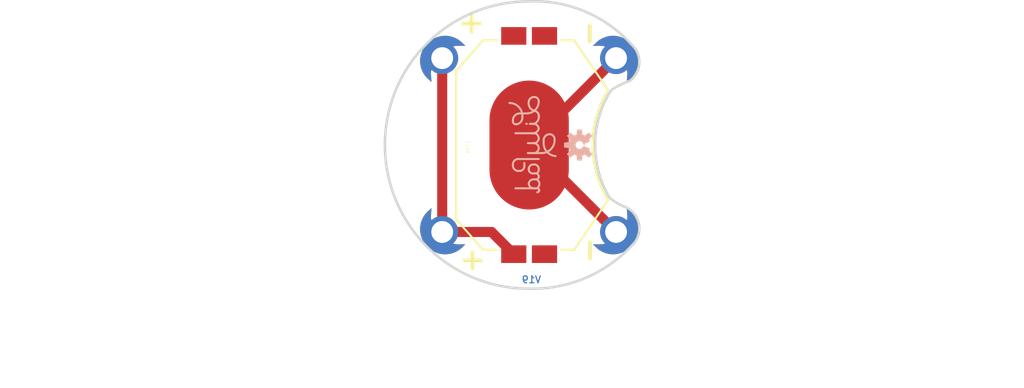
<source format=kicad_pcb>
(kicad_pcb (version 20211014) (generator pcbnew)
  (layers (0 "F.Cu" signal) (31 "B.Cu" signal) (34 "B.Paste" user) (35 "F.Paste" user) (36 "B.SilkS" user "B.Silkscreen") (37 "F.SilkS" user "F.Silkscreen") (38 "B.Mask" user) (39 "F.Mask" user) (44 "Edge.Cuts" user))
  (net 0 "")
  (net 1 "+")
  (net 2 "-")
  (footprint "boardEagle:PETAL-SMALL-2SIDE" (layer "F.Cu") (at 158.979745 96.246906 133)
    (fp_text reference "U$3" hide)
    (fp_text value "SEWTAP6" hide)
    (fp_poly (pts (xy -1.854655 -0.173117) (xy -1.587233 0.02496) (xy -1.296131 0.192254) (xy -0.987629 0.324761) (xy -0.665876 0.420699) (xy -0.335186 0.478783) (xy -0.000001 0.49823) (xy 0.335185 0.478783) (xy 0.665875 0.4207) (xy 0.987628 0.324762) (xy 1.29613 0.192254) (xy 1.587231 0.024961) (xy 1.857026 -0.174874) (xy 2.101909 -0.404578) (xy 2.32514 -0.668824) (xy 2.493638 -0.837322) (xy 2.51214 -0.289809) (xy 2.481402 0.029121) (xy 2.409619 0.341384) (xy 2.298003 0.641723) (xy 2.148431 0.925078) (xy 1.963424 1.186677) (xy 1.746098 1.422114) (xy 1.500112 1.627423) (xy 1.22961 1.799149) (xy 0.939146 1.934398) (xy 0.633613 2.030893) (xy 0.318157 2.087007) (xy 0.002347 2.1016) (xy -0.002346 2.1016) (xy -0.318157 2.087008) (xy -0.633613 2.030893) (xy -0.939146 1.934399) (xy -1.22961 1.79915) (xy -1.500112 1.627424) (xy -1.746098 1.422115) (xy -1.963425 1.186678) (xy -2.148432 0.925079) (xy -2.298003 0.641724) (xy -2.409619 0.341385) (xy -2.481402 0.029122) (xy -2.512141 -0.289808) (xy -2.5016 -0.601715) (xy -2.5016 -0.854591)) (layer "F.Cu") (width 0) (fill solid))
    (fp_poly (pts (xy 2.5016 -0.601715) (xy 2.512141 -0.289808) (xy 2.481402 0.029122) (xy 2.409619 0.341385) (xy 2.298003 0.641724) (xy 2.148432 0.925079) (xy 1.963425 1.186678) (xy 1.746098 1.422115) (xy 1.500112 1.627424) (xy 1.22961 1.79915) (xy 0.939146 1.934399) (xy 0.633613 2.030893) (xy 0.318157 2.087008) (xy 0.002346 2.1016) (xy -0.002347 2.1016) (xy -0.318157 2.087007) (xy -0.633613 2.030893) (xy -0.939146 1.934398) (xy -1.22961 1.799149) (xy -1.500112 1.627423) (xy -1.746098 1.422114) (xy -1.963424 1.186677) (xy -2.148431 0.925078) (xy -2.298003 0.641723) (xy -2.409619 0.341384) (xy -2.482146 0.025885) (xy -2.50954 -0.853224) (xy -2.32514 -0.668824) (xy -2.101909 -0.404578) (xy -1.857026 -0.174874) (xy -1.587231 0.024961) (xy -1.29613 0.192254) (xy -0.987628 0.324762) (xy -0.665875 0.4207) (xy -0.335185 0.478783) (xy 0.000001 0.49823) (xy 0.335186 0.478783) (xy 0.665876 0.420699) (xy 0.987629 0.324761) (xy 1.296131 0.192254) (xy 1.587233 0.02496) (xy 1.854655 -0.173117) (xy 2.5016 -0.854591)) (layer "B.Cu") (width 0) (fill solid))
    (pad "1" thru_hole circle (at 0 0 223) (size 3.216 3.216) (drill 2.2) (layers *.Cu *.Mask) (net 2 "-"))
  )
  (footprint "boardEagle:CREATIVE_COMMONS" (layer "F.Cu") (at 117.196745 129.139906)
    (fp_text reference "U$6" hide)
    (fp_text value "CREATIVE_COMMONS" hide)
  )
  (footprint "boardEagle:PETAL-SMALL-2SIDE" (layer "F.Cu") (at 141.453745 113.772906 -47)
    (fp_text reference "U$2" hide)
    (fp_text value "SEWTAP6" hide)
    (fp_poly (pts (xy -1.854655 -0.173117) (xy -1.587233 0.02496) (xy -1.296131 0.192254) (xy -0.987629 0.324761) (xy -0.665876 0.420699) (xy -0.335186 0.478783) (xy -0.000001 0.49823) (xy 0.335185 0.478783) (xy 0.665875 0.4207) (xy 0.987628 0.324762) (xy 1.29613 0.192254) (xy 1.587231 0.024961) (xy 1.857026 -0.174874) (xy 2.101909 -0.404578) (xy 2.32514 -0.668824) (xy 2.493638 -0.837322) (xy 2.51214 -0.289809) (xy 2.481402 0.029121) (xy 2.409619 0.341384) (xy 2.298003 0.641723) (xy 2.148431 0.925078) (xy 1.963424 1.186677) (xy 1.746098 1.422114) (xy 1.500112 1.627423) (xy 1.22961 1.799149) (xy 0.939146 1.934398) (xy 0.633613 2.030893) (xy 0.318157 2.087007) (xy 0.002347 2.1016) (xy -0.002346 2.1016) (xy -0.318157 2.087008) (xy -0.633613 2.030893) (xy -0.939146 1.934399) (xy -1.22961 1.79915) (xy -1.500112 1.627424) (xy -1.746098 1.422115) (xy -1.963425 1.186678) (xy -2.148432 0.925079) (xy -2.298003 0.641724) (xy -2.409619 0.341385) (xy -2.481402 0.029122) (xy -2.512141 -0.289808) (xy -2.5016 -0.601715) (xy -2.5016 -0.854591)) (layer "F.Cu") (width 0) (fill solid))
    (fp_poly (pts (xy 2.5016 -0.601715) (xy 2.512141 -0.289808) (xy 2.481402 0.029122) (xy 2.409619 0.341385) (xy 2.298003 0.641724) (xy 2.148432 0.925079) (xy 1.963425 1.186678) (xy 1.746098 1.422115) (xy 1.500112 1.627424) (xy 1.22961 1.79915) (xy 0.939146 1.934399) (xy 0.633613 2.030893) (xy 0.318157 2.087008) (xy 0.002346 2.1016) (xy -0.002347 2.1016) (xy -0.318157 2.087007) (xy -0.633613 2.030893) (xy -0.939146 1.934398) (xy -1.22961 1.799149) (xy -1.500112 1.627423) (xy -1.746098 1.422114) (xy -1.963424 1.186677) (xy -2.148431 0.925078) (xy -2.298003 0.641723) (xy -2.409619 0.341384) (xy -2.482146 0.025885) (xy -2.50954 -0.853224) (xy -2.32514 -0.668824) (xy -2.101909 -0.404578) (xy -1.857026 -0.174874) (xy -1.587231 0.024961) (xy -1.29613 0.192254) (xy -0.987628 0.324762) (xy -0.665875 0.4207) (xy -0.335185 0.478783) (xy 0.000001 0.49823) (xy 0.335186 0.478783) (xy 0.665876 0.420699) (xy 0.987629 0.324761) (xy 1.296131 0.192254) (xy 1.587233 0.02496) (xy 1.854655 -0.173117) (xy 2.5016 -0.854591)) (layer "B.Cu") (width 0) (fill solid))
    (pad "1" thru_hole circle (at 0 0 43) (size 3.216 3.216) (drill 2.2) (layers *.Cu *.Mask) (net 1 "+"))
  )
  (footprint "boardEagle:PETAL-SMALL-2SIDE" (layer "F.Cu") (at 158.979745 113.772906 47)
    (fp_text reference "U$1" hide)
    (fp_text value "SEWTAP6" hide)
    (fp_poly (pts (xy -1.854655 -0.173117) (xy -1.587233 0.02496) (xy -1.296131 0.192254) (xy -0.987629 0.324761) (xy -0.665876 0.420699) (xy -0.335186 0.478783) (xy -0.000001 0.49823) (xy 0.335185 0.478783) (xy 0.665875 0.4207) (xy 0.987628 0.324762) (xy 1.29613 0.192254) (xy 1.587231 0.024961) (xy 1.857026 -0.174874) (xy 2.101909 -0.404578) (xy 2.32514 -0.668824) (xy 2.493638 -0.837322) (xy 2.51214 -0.289809) (xy 2.481402 0.029121) (xy 2.409619 0.341384) (xy 2.298003 0.641723) (xy 2.148431 0.925078) (xy 1.963424 1.186677) (xy 1.746098 1.422114) (xy 1.500112 1.627423) (xy 1.22961 1.799149) (xy 0.939146 1.934398) (xy 0.633613 2.030893) (xy 0.318157 2.087007) (xy 0.002347 2.1016) (xy -0.002346 2.1016) (xy -0.318157 2.087008) (xy -0.633613 2.030893) (xy -0.939146 1.934399) (xy -1.22961 1.79915) (xy -1.500112 1.627424) (xy -1.746098 1.422115) (xy -1.963425 1.186678) (xy -2.148432 0.925079) (xy -2.298003 0.641724) (xy -2.409619 0.341385) (xy -2.481402 0.029122) (xy -2.512141 -0.289808) (xy -2.5016 -0.601715) (xy -2.5016 -0.854591)) (layer "F.Cu") (width 0) (fill solid))
    (fp_poly (pts (xy 2.5016 -0.601715) (xy 2.512141 -0.289808) (xy 2.481402 0.029122) (xy 2.409619 0.341385) (xy 2.298003 0.641724) (xy 2.148432 0.925079) (xy 1.963425 1.186678) (xy 1.746098 1.422115) (xy 1.500112 1.627424) (xy 1.22961 1.79915) (xy 0.939146 1.934399) (xy 0.633613 2.030893) (xy 0.318157 2.087008) (xy 0.002346 2.1016) (xy -0.002347 2.1016) (xy -0.318157 2.087007) (xy -0.633613 2.030893) (xy -0.939146 1.934398) (xy -1.22961 1.799149) (xy -1.500112 1.627423) (xy -1.746098 1.422114) (xy -1.963424 1.186677) (xy -2.148431 0.925078) (xy -2.298003 0.641723) (xy -2.409619 0.341384) (xy -2.482146 0.025885) (xy -2.50954 -0.853224) (xy -2.32514 -0.668824) (xy -2.101909 -0.404578) (xy -1.857026 -0.174874) (xy -1.587231 0.024961) (xy -1.29613 0.192254) (xy -0.987628 0.324762) (xy -0.665875 0.4207) (xy -0.335185 0.478783) (xy 0.000001 0.49823) (xy 0.335186 0.478783) (xy 0.665876 0.420699) (xy 0.987629 0.324761) (xy 1.296131 0.192254) (xy 1.587233 0.02496) (xy 1.854655 -0.173117) (xy 2.5016 -0.854591)) (layer "B.Cu") (width 0) (fill solid))
    (pad "1" thru_hole circle (at 0 0 137) (size 3.216 3.216) (drill 2.2) (layers *.Cu *.Mask) (net 2 "-"))
  )
  (footprint "boardEagle:PETAL-SMALL-2SIDE" (layer "F.Cu") (at 141.453745 96.246906 -133)
    (fp_text reference "U$4" hide)
    (fp_text value "SEWTAP6" hide)
    (fp_poly (pts (xy -1.854655 -0.173117) (xy -1.587233 0.02496) (xy -1.296131 0.192254) (xy -0.987629 0.324761) (xy -0.665876 0.420699) (xy -0.335186 0.478783) (xy -0.000001 0.49823) (xy 0.335185 0.478783) (xy 0.665875 0.4207) (xy 0.987628 0.324762) (xy 1.29613 0.192254) (xy 1.587231 0.024961) (xy 1.857026 -0.174874) (xy 2.101909 -0.404578) (xy 2.32514 -0.668824) (xy 2.493638 -0.837322) (xy 2.51214 -0.289809) (xy 2.481402 0.029121) (xy 2.409619 0.341384) (xy 2.298003 0.641723) (xy 2.148431 0.925078) (xy 1.963424 1.186677) (xy 1.746098 1.422114) (xy 1.500112 1.627423) (xy 1.22961 1.799149) (xy 0.939146 1.934398) (xy 0.633613 2.030893) (xy 0.318157 2.087007) (xy 0.002347 2.1016) (xy -0.002346 2.1016) (xy -0.318157 2.087008) (xy -0.633613 2.030893) (xy -0.939146 1.934399) (xy -1.22961 1.79915) (xy -1.500112 1.627424) (xy -1.746098 1.422115) (xy -1.963425 1.186678) (xy -2.148432 0.925079) (xy -2.298003 0.641724) (xy -2.409619 0.341385) (xy -2.481402 0.029122) (xy -2.512141 -0.289808) (xy -2.5016 -0.601715) (xy -2.5016 -0.854591)) (layer "F.Cu") (width 0) (fill solid))
    (fp_poly (pts (xy 2.5016 -0.601715) (xy 2.512141 -0.289808) (xy 2.481402 0.029122) (xy 2.409619 0.341385) (xy 2.298003 0.641724) (xy 2.148432 0.925079) (xy 1.963425 1.186678) (xy 1.746098 1.422115) (xy 1.500112 1.627424) (xy 1.22961 1.79915) (xy 0.939146 1.934399) (xy 0.633613 2.030893) (xy 0.318157 2.087008) (xy 0.002346 2.1016) (xy -0.002347 2.1016) (xy -0.318157 2.087007) (xy -0.633613 2.030893) (xy -0.939146 1.934398) (xy -1.22961 1.799149) (xy -1.500112 1.627423) (xy -1.746098 1.422114) (xy -1.963424 1.186677) (xy -2.148431 0.925078) (xy -2.298003 0.641723) (xy -2.409619 0.341384) (xy -2.482146 0.025885) (xy -2.50954 -0.853224) (xy -2.32514 -0.668824) (xy -2.101909 -0.404578) (xy -1.857026 -0.174874) (xy -1.587231 0.024961) (xy -1.29613 0.192254) (xy -0.987628 0.324762) (xy -0.665875 0.4207) (xy -0.335185 0.478783) (xy 0.000001 0.49823) (xy 0.335186 0.478783) (xy 0.665876 0.420699) (xy 0.987629 0.324761) (xy 1.296131 0.192254) (xy 1.587233 0.02496) (xy 1.854655 -0.173117) (xy 2.5016 -0.854591)) (layer "B.Cu") (width 0) (fill solid))
    (pad "1" thru_hole circle (at 0 0 317) (size 3.216 3.216) (drill 2.2) (layers *.Cu *.Mask) (net 1 "+"))
  )
  (footprint "boardEagle:BATTCON_20MM_4LEGS_OVERPASTE" (layer "F.Cu") (at 150.216745 105.009906 90)
    (fp_text reference "BAT1" (at -0.889 -5.969 90) (layer "F.SilkS") (effects (font (size 0.373888 0.373888) (thickness 0.032512)) (justify left bottom)))
    (fp_text value "20mm coincell")
    (fp_line (start 10.55 4.55) (end 10.55 3.2) (layer "F.SilkS") (width 0.2032))
    (fp_line (start 10.55 -4.65) (end 10.55 -3.2) (layer "F.SilkS") (width 0.2032))
    (fp_line (start 7.5 -7.35) (end 10.55 -4.65) (layer "F.SilkS") (width 0.2032))
    (fp_line (start 10.55 4.55) (end 5.55 7.95) (layer "F.SilkS") (width 0.2032))
    (fp_line (start -7.5 -7.35) (end 7.5 -7.35) (layer "F.SilkS") (width 0.2032))
    (fp_line (start -7.5 -7.35) (end -10.55 -4.65) (layer "F.SilkS") (width 0.2032))
    (fp_line (start -10.55 4.55) (end -10.55 3.2) (layer "F.SilkS") (width 0.2032))
    (fp_line (start -5.55 7.95) (end -10.55 4.55) (layer "F.SilkS") (width 0.2032))
    (fp_line (start -10.55 -3.2) (end -10.55 -4.65) (layer "F.SilkS") (width 0.2032))
    (fp_arc (start -5.549999 7.949999) (mid 0.000001 6.400001) (end 5.55 7.95) (layer "F.SilkS") (width 0.2032))
    (pad "1" smd rect (at -11 -1.55 180) (size 2.54 1.778) (layers "F.Cu" "F.Mask") (net 1 "+"))
    (pad "2" smd roundrect (at 0 0 90) (size 13 8) (layers "F.Cu" "F.Mask") (roundrect_rratio 0.5) (net 2 "-"))
    (pad "3" smd rect (at 11 -1.55 180) (size 2.54 1.778) (layers "F.Cu" "F.Mask"))
    (pad "P$1" smd rect (at -11 1.55 180) (size 2.54 1.778) (layers "F.Cu" "F.Mask"))
    (pad "P$2" smd rect (at 11 1.55 180) (size 2.54 1.778) (layers "F.Cu" "F.Mask"))
  )
  (footprint "boardEagle:LOGO-LILYPAD" (layer "B.Cu") (at 150.216745 105.009906 -90)
    (fp_text reference "U$5" hide)
    (fp_text value "LOGO-LPLP" hide)
    (fp_line (start 4.36 -0.615) (end 4.36 1.385) (layer "B.SilkS") (width 0.2032))
    (fp_line (start 3.46 -0.765) (end 3.46 -0.715) (layer "B.SilkS") (width 0.2032))
    (fp_line (start 0.81 -0.465) (end 0.81 0.135) (layer "B.SilkS") (width 0.2032))
    (fp_line (start -2.14 -0.365) (end -2.14 -0.065) (layer "B.SilkS") (width 0.2032))
    (fp_line (start 0.81 -1.265) (end 0.81 -0.465) (layer "B.SilkS") (width 0.2032))
    (fp_line (start 3.46 -0.715) (end 3.46 -0.465) (layer "B.SilkS") (width 0.2032))
    (fp_line (start 4.36 -0.715) (end 4.36 -0.815) (layer "B.SilkS") (width 0.2032))
    (fp_line (start -2.14 -0.365) (end -2.14 -0.515) (layer "B.SilkS") (width 0.2032))
    (fp_line (start 2.11 0.485) (end 1.81 0.485) (layer "B.SilkS") (width 0.2032))
    (fp_line (start -0.19 -0.465) (end -0.19 0.135) (layer "B.SilkS") (width 0.2032))
    (fp_line (start -2.49 1.635) (end -2.39 1.635) (layer "B.SilkS") (width 0.2032))
    (fp_line (start -1.19 -0.465) (end -1.19 -0.415) (layer "B.SilkS") (width 0.2032))
    (fp_line (start 1.41 -0.965) (end 1.41 1.135) (layer "B.SilkS") (width 0.2032))
    (fp_line (start -0.59 -2.565) (end -0.49 -2.565) (layer "B.SilkS") (width 0.2032))
    (fp_line (start 2.56 -0.965) (end 2.36 -0.965) (layer "B.SilkS") (width 0.2032))
    (fp_line (start 2.61 1.135) (end 2.61 0.935) (layer "B.SilkS") (width 0.2032))
    (fp_line (start 2.36 0.035) (end 2.46 0.035) (layer "B.SilkS") (width 0.2032))
    (fp_line (start -1.19 -0.265) (end -1.19 1.385) (layer "B.SilkS") (width 0.2032))
    (fp_line (start -0.49 -1.465) (end -0.29 -1.465) (layer "B.SilkS") (width 0.2032))
    (fp_line (start -2.14 0.235) (end -2.14 0.285) (layer "B.SilkS") (width 0.2032))
    (fp_line (start -2.94 0.685) (end -2.79 0.685) (layer "B.SilkS") (width 0.2032))
    (fp_line (start 2.86 -0.365) (end 2.86 -0.565) (layer "B.SilkS") (width 0.2032))
    (fp_line (start -3.19 0.235) (end -3.19 0.935) (layer "B.SilkS") (width 0.2032))
    (fp_arc (start 1.11 -2.665) (mid 0.658528 -1.775051) (end -0.29 -1.465) (layer "B.SilkS") (width 0.2032))
    (fp_arc (start -1.690001 -0.965) (mid -1.338239 -0.782511) (end -1.19 -0.415) (layer "B.SilkS") (width 0.2032))
    (fp_arc (start -4.39 0.035) (mid -4.739264 -0.171802) (end -4.84 -0.565) (layer "B.SilkS") (width 0.2032))
    (fp_arc (start 4.56 -1.015) (mid 4.701421 -0.956421) (end 4.76 -0.815) (layer "B.SilkS") (width 0.2032))
    (fp_arc (start 4.36 -0.815) (mid 4.418579 -0.956421) (end 4.56 -1.015) (layer "B.SilkS") (width 0.2032))
    (fp_arc (start 2.609999 1.134999) (mid 2.413529 1.509234) (end 2.01 1.635) (layer "B.SilkS") (width 0.2032))
    (fp_arc (start -3.44 -0.565) (mid -3.790736 -0.068249) (end -4.39 0.035) (layer "B.SilkS") (width 0.2032))
    (fp_arc (start -0.19 -0.465) (mid -0.043553 -0.818553) (end 0.31 -0.965) (layer "B.SilkS") (width 0.2032))
    (fp_arc (start -1.19 -0.415) (mid -1.187119 -0.34) (end -1.19 -0.265) (layer "B.SilkS") (width 0.2032))
    (fp_arc (start 4.36 -0.715) (mid 4.372311 -0.615) (end 4.36 -0.515) (layer "B.SilkS") (width 0.2032))
    (fp_arc (start -4.24 1.985) (mid -3.859239 1.065761) (end -2.94 0.685) (layer "B.SilkS") (width 0.2032))
    (fp_arc (start 3.91 0.035) (mid 3.581447 -0.121802) (end 3.46 -0.465) (layer "B.SilkS") (width 0.2032))
    (fp_arc (start -4.39 -0.965) (mid -3.541472 -0.613528) (end -3.19 0.235) (layer "B.SilkS") (width 0.2032))
    (fp_arc (start 2.86 -0.365) (mid 2.742843 -0.082157) (end 2.46 0.035) (layer "B.SilkS") (width 0.2032))
    (fp_arc (start 2.56 -0.965) (mid 2.792843 -0.827132) (end 2.86 -0.565) (layer "B.SilkS") (width 0.2032))
    (fp_arc (start -1.19 -0.465) (mid -1.043553 -0.818553) (end -0.69 -0.965) (layer "B.SilkS") (width 0.2032))
    (fp_arc (start 3.46 -0.715) (mid 3.697868 -0.989264) (end 4.06 -1.015) (layer "B.SilkS") (width 0.2032))
    (fp_arc (start 2.86 -0.565) (mid 2.902157 -0.816777) (end 3.11 -0.965) (layer "B.SilkS") (width 0.2032))
    (fp_arc (start -0.489999 -1.464999) (mid -0.914264 -1.640735) (end -1.09 -2.065) (layer "B.SilkS") (width 0.2032))
    (fp_arc (start -2.49 1.635) (mid -2.984975 1.429975) (end -3.19 0.935) (layer "B.SilkS") (width 0.2032))
    (fp_arc (start 1.959999 -0.464999) (mid 2.056446 -0.797842) (end 2.36 -0.965) (layer "B.SilkS") (width 0.2032))
    (fp_arc (start 4.36 -0.515) (mid 4.248909 -0.146802) (end 3.91 0.035) (layer "B.SilkS") (width 0.2032))
    (fp_arc (start 0.31 -0.965) (mid 0.663553 -0.818553) (end 0.81 -0.465) (layer "B.SilkS") (width 0.2032))
    (fp_arc (start -1.09 -2.065) (mid -0.943553 -2.418553) (end -0.59 -2.565) (layer "B.SilkS") (width 0.2032))
    (fp_arc (start 4.059999 -1.015) (mid 4.251547 -0.906548) (end 4.36 -0.715) (layer "B.SilkS") (width 0.2032))
    (fp_arc (start 2.01 1.635) (mid 1.606447 1.509264) (end 1.41 1.135) (layer "B.SilkS") (width 0.2032))
    (fp_arc (start -2.09 1.335) (mid -2.177868 1.547132) (end -2.39 1.635) (layer "B.SilkS") (width 0.2032))
    (fp_arc (start -0.49 -2.565) (mid 0.429239 -2.184239) (end 0.81 -1.265) (layer "B.SilkS") (width 0.2032))
    (fp_arc (start 2.109999 0.484999) (mid 2.453171 0.606475) (end 2.61 0.935) (layer "B.SilkS") (width 0.2032))
    (fp_arc (start 2.36 0.035) (mid 2.056447 -0.132157) (end 1.96 -0.465) (layer "B.SilkS") (width 0.2032))
    (fp_arc (start -4.84 -0.565) (mid -4.697843 -0.858198) (end -4.39 -0.965) (layer "B.SilkS") (width 0.2032))
    (fp_arc (start 3.11 -0.965) (mid 3.326421 -0.937487) (end 3.46 -0.765) (layer "B.SilkS") (width 0.2032))
    (fp_arc (start -2.79 0.685) (mid -2.305381 0.865025) (end -2.09 1.335) (layer "B.SilkS") (width 0.2032))
    (fp_arc (start -3.44 -0.565) (mid -3.222842 -0.889264) (end -2.839999 -0.964999) (layer "B.SilkS") (width 0.2032))
    (fp_arc (start -3.190001 -0.914999) (mid -2.582158 -0.932462) (end -2.14 -0.515) (layer "B.SilkS") (width 0.2032))
    (fp_arc (start -2.14 -0.365) (mid -2.039264 -0.758198) (end -1.69 -0.965) (layer "B.SilkS") (width 0.2032))
    (fp_arc (start -0.69 -0.965) (mid -0.336447 -0.818553) (end -0.19 -0.465) (layer "B.SilkS") (width 0.2032))
  )
  (footprint "boardEagle:OSHW-LOGO-S" (layer "B.Cu") (at 155.296745 105.009906 -90)
    (fp_text reference "U$7" hide)
    (fp_text value "OSHW-LOGOS" hide)
    (fp_poly (pts (xy 0.301647 1.061351) (xy 0.42347 1.022344) (xy 0.537177 0.963769) (xy 0.92862 1.282946) (xy 1.282946 0.92862) (xy 0.961035 0.533823) (xy 1.057046 0.302084) (xy 1.5638 0.250561) (xy 1.5638 -0.250561) (xy 1.057046 -0.302084) (xy 0.961035 -0.533823) (xy 1.282946 -0.92862) (xy 0.92862 -1.282946) (xy 0.537177 -0.96377) (xy 0.356601 -1.056794) (xy 0.088679 -0.410073) (xy 0.326262 -0.2176) (xy 0.373649 -0.121468) (xy 0.392729 -0.010339) (xy 0.379464 0.101634) (xy 0.334947 0.205229) (xy 0.262842 0.291918) (xy 0.169087 0.354561) (xy 0.061406 0.387999) (xy -0.051342 0.38948) (xy -0.159868 0.358881) (xy -0.255234 0.298724) (xy -0.329589 0.213962) (xy -0.376813 0.111569) (xy -0.392176 0.005767) (xy -0.322923 -0.222565) (xy -0.249312 -0.303773) (xy 0.091677 -0.5081) (xy -0.12929 -0.5081) (xy -0.355332 -1.053732) (xy -0.506597 -0.983577) (xy -0.538922 -0.965192) (xy -0.92862 -1.282946) (xy -1.282946 -0.92862) (xy -0.961035 -0.533823) (xy -1.057046 -0.302084) (xy -1.5638 -0.250561) (xy -1.5638 0.250561) (xy -1.057046 0.302084) (xy -0.961035 0.533823) (xy -1.282946 0.92862) (xy -0.92862 1.282946) (xy -0.533823 0.961035) (xy -0.302084 1.057046) (xy -0.250561 1.5638) (xy 0.250561 1.5638)) (layer "B.SilkS") (width 0) (fill solid))
  )
  (gr_arc (start 160.884745 114.788905) (mid 156.07475 118.328039) (end 150.216745 119.487906) (layer "Edge.Cuts") (width 0.254))
  (gr_arc (start 158.560645 99.421906) (mid 159.442764 98.924432) (end 160.376745 98.532906) (layer "Edge.Cuts") (width 0.254))
  (gr_arc (start 157.938345 109.594606) (mid 157.411583 108.343873) (end 157.074745 107.029206) (layer "Edge.Cuts") (width 0.254))
  (gr_arc (start 159.868744 111.232905) (mid 161.236311 112.765315) (end 160.884745 114.788906) (layer "Edge.Cuts") (width 0.254))
  (gr_arc (start 158.344745 110.331206) (mid 158.123572 109.972822) (end 157.938345 109.594606) (layer "Edge.Cuts") (width 0.254))
  (gr_arc (start 157.201745 102.406406) (mid 157.444286 101.602161) (end 157.747845 100.818906) (layer "Edge.Cuts") (width 0.254))
  (gr_arc (start 157.074745 107.029206) (mid 156.914896 105.910241) (end 156.858845 104.781306) (layer "Edge.Cuts") (width 0.254))
  (gr_arc (start 150.089745 90.531906) (mid 155.783225 91.51763) (end 160.503745 94.849906) (layer "Edge.Cuts") (width 0.254))
  (gr_arc (start 150.216747 119.487906) (mid 135.675246 105.073407) (end 150.089745 90.531906) (layer "Edge.Cuts") (width 0.254))
  (gr_line (start 158.014545 100.285506) (end 157.747845 100.818906) (layer "Edge.Cuts") (width 0.254))
  (gr_arc (start 158.014545 100.285506) (mid 158.261747 99.837361) (end 158.560645 99.421906) (layer "Edge.Cuts") (width 0.254))
  (gr_arc (start 159.868745 111.232906) (mid 159.068036 110.84748) (end 158.344745 110.331206) (layer "Edge.Cuts") (width 0.254))
  (gr_arc (start 160.503745 94.849906) (mid 161.320608 96.721764) (end 160.376745 98.532907) (layer "Edge.Cuts") (width 0.254))
  (gr_arc (start 156.858845 104.781306) (mid 156.963383 103.584195) (end 157.201745 102.406406) (layer "Edge.Cuts") (width 0.254))
  (gr_text "V19" (at 151.486745 118.979906) (layer "B.Cu") (effects (font (size 0.69088 0.69088) (thickness 0.12192)) (justify left bottom mirror)))
  (gr_text "+" (at 143.104745 115.042906 90) (layer "F.SilkS") (effects (font (size 2.159 2.159) (thickness 0.381)) (justify right top)))
  (gr_text "+" (at 145.517745 94.341906 90) (layer "F.SilkS") (effects (font (size 2.159 2.159) (thickness 0.381)) (justify left bottom)))
  (gr_text "-" (at 157.455745 117.201906 90) (layer "F.SilkS") (effects (font (size 2.159 2.159) (thickness 0.381)) (justify left bottom)))
  (gr_text "-" (at 154.915745 92.182906 90) (layer "F.SilkS") (effects (font (size 2.159 2.159) (thickness 0.381)) (justify right top)))
  (segment (start 141.453745 96.246906) (end 141.453745 113.772906) (width 1.016) (layer "F.Cu") (net 1))
  (segment (start 141.453745 113.772906) (end 146.429745 113.772906) (width 1.016) (layer "F.Cu") (net 1))
  (segment (start 141.453745 96.246906) (end 141.326745 96.119906) (width 1.016) (layer "F.Cu") (net 1))
  (segment (start 146.429745 113.772906) (end 148.666745 116.009906) (width 1.016) (layer "F.Cu") (net 1))
  (segment (start 150.216745 105.009906) (end 158.979745 96.246906) (width 1.016) (layer "F.Cu") (net 2))
  (segment (start 150.216745 105.009906) (end 158.979745 113.772906) (width 1.016) (layer "F.Cu") (net 2))
)
</source>
